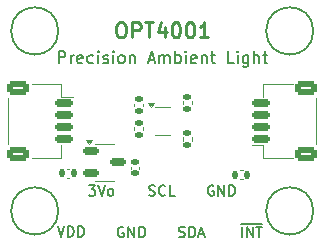
<source format=gbr>
%TF.GenerationSoftware,KiCad,Pcbnew,8.0.3-8.0.3-0~ubuntu23.10.1*%
%TF.CreationDate,2024-08-01T21:15:56-04:00*%
%TF.ProjectId,OPT4001,4f505434-3030-4312-9e6b-696361645f70,rev?*%
%TF.SameCoordinates,Original*%
%TF.FileFunction,Legend,Top*%
%TF.FilePolarity,Positive*%
%FSLAX46Y46*%
G04 Gerber Fmt 4.6, Leading zero omitted, Abs format (unit mm)*
G04 Created by KiCad (PCBNEW 8.0.3-8.0.3-0~ubuntu23.10.1) date 2024-08-01 21:15:56*
%MOMM*%
%LPD*%
G01*
G04 APERTURE LIST*
G04 Aperture macros list*
%AMRoundRect*
0 Rectangle with rounded corners*
0 $1 Rounding radius*
0 $2 $3 $4 $5 $6 $7 $8 $9 X,Y pos of 4 corners*
0 Add a 4 corners polygon primitive as box body*
4,1,4,$2,$3,$4,$5,$6,$7,$8,$9,$2,$3,0*
0 Add four circle primitives for the rounded corners*
1,1,$1+$1,$2,$3*
1,1,$1+$1,$4,$5*
1,1,$1+$1,$6,$7*
1,1,$1+$1,$8,$9*
0 Add four rect primitives between the rounded corners*
20,1,$1+$1,$2,$3,$4,$5,0*
20,1,$1+$1,$4,$5,$6,$7,0*
20,1,$1+$1,$6,$7,$8,$9,0*
20,1,$1+$1,$8,$9,$2,$3,0*%
G04 Aperture macros list end*
%ADD10C,0.174000*%
%ADD11C,0.200000*%
%ADD12C,0.250000*%
%ADD13C,0.120000*%
%ADD14C,0.203200*%
%ADD15RoundRect,0.135000X-0.185000X0.135000X-0.185000X-0.135000X0.185000X-0.135000X0.185000X0.135000X0*%
%ADD16C,3.200000*%
%ADD17RoundRect,0.150000X-0.625000X0.150000X-0.625000X-0.150000X0.625000X-0.150000X0.625000X0.150000X0*%
%ADD18RoundRect,0.250000X-0.650000X0.350000X-0.650000X-0.350000X0.650000X-0.350000X0.650000X0.350000X0*%
%ADD19RoundRect,0.135000X-0.135000X-0.185000X0.135000X-0.185000X0.135000X0.185000X-0.135000X0.185000X0*%
%ADD20RoundRect,0.140000X0.140000X0.170000X-0.140000X0.170000X-0.140000X-0.170000X0.140000X-0.170000X0*%
%ADD21RoundRect,0.150000X-0.512500X-0.150000X0.512500X-0.150000X0.512500X0.150000X-0.512500X0.150000X0*%
%ADD22RoundRect,0.135000X0.185000X-0.135000X0.185000X0.135000X-0.185000X0.135000X-0.185000X-0.135000X0*%
%ADD23RoundRect,0.140000X0.170000X-0.140000X0.170000X0.140000X-0.170000X0.140000X-0.170000X-0.140000X0*%
%ADD24RoundRect,0.140000X-0.170000X0.140000X-0.170000X-0.140000X0.170000X-0.140000X0.170000X0.140000X0*%
%ADD25RoundRect,0.150000X0.625000X-0.150000X0.625000X0.150000X-0.625000X0.150000X-0.625000X-0.150000X0*%
%ADD26RoundRect,0.250000X0.650000X-0.350000X0.650000X0.350000X-0.650000X0.350000X-0.650000X-0.350000X0*%
%ADD27R,0.720000X0.300000*%
%ADD28O,1.700000X1.700000*%
%ADD29C,1.700000*%
G04 APERTURE END LIST*
D10*
X117887086Y-101545603D02*
X118011372Y-101587031D01*
X118011372Y-101587031D02*
X118218514Y-101587031D01*
X118218514Y-101587031D02*
X118301372Y-101545603D01*
X118301372Y-101545603D02*
X118342800Y-101504174D01*
X118342800Y-101504174D02*
X118384229Y-101421317D01*
X118384229Y-101421317D02*
X118384229Y-101338460D01*
X118384229Y-101338460D02*
X118342800Y-101255603D01*
X118342800Y-101255603D02*
X118301372Y-101214174D01*
X118301372Y-101214174D02*
X118218514Y-101172745D01*
X118218514Y-101172745D02*
X118052800Y-101131317D01*
X118052800Y-101131317D02*
X117969943Y-101089888D01*
X117969943Y-101089888D02*
X117928514Y-101048460D01*
X117928514Y-101048460D02*
X117887086Y-100965603D01*
X117887086Y-100965603D02*
X117887086Y-100882745D01*
X117887086Y-100882745D02*
X117928514Y-100799888D01*
X117928514Y-100799888D02*
X117969943Y-100758460D01*
X117969943Y-100758460D02*
X118052800Y-100717031D01*
X118052800Y-100717031D02*
X118259943Y-100717031D01*
X118259943Y-100717031D02*
X118384229Y-100758460D01*
X119254228Y-101504174D02*
X119212800Y-101545603D01*
X119212800Y-101545603D02*
X119088514Y-101587031D01*
X119088514Y-101587031D02*
X119005657Y-101587031D01*
X119005657Y-101587031D02*
X118881371Y-101545603D01*
X118881371Y-101545603D02*
X118798514Y-101462745D01*
X118798514Y-101462745D02*
X118757085Y-101379888D01*
X118757085Y-101379888D02*
X118715657Y-101214174D01*
X118715657Y-101214174D02*
X118715657Y-101089888D01*
X118715657Y-101089888D02*
X118757085Y-100924174D01*
X118757085Y-100924174D02*
X118798514Y-100841317D01*
X118798514Y-100841317D02*
X118881371Y-100758460D01*
X118881371Y-100758460D02*
X119005657Y-100717031D01*
X119005657Y-100717031D02*
X119088514Y-100717031D01*
X119088514Y-100717031D02*
X119212800Y-100758460D01*
X119212800Y-100758460D02*
X119254228Y-100799888D01*
X120041371Y-101587031D02*
X119627085Y-101587031D01*
X119627085Y-101587031D02*
X119627085Y-100717031D01*
X123339943Y-100758460D02*
X123257086Y-100717031D01*
X123257086Y-100717031D02*
X123132800Y-100717031D01*
X123132800Y-100717031D02*
X123008514Y-100758460D01*
X123008514Y-100758460D02*
X122925657Y-100841317D01*
X122925657Y-100841317D02*
X122884228Y-100924174D01*
X122884228Y-100924174D02*
X122842800Y-101089888D01*
X122842800Y-101089888D02*
X122842800Y-101214174D01*
X122842800Y-101214174D02*
X122884228Y-101379888D01*
X122884228Y-101379888D02*
X122925657Y-101462745D01*
X122925657Y-101462745D02*
X123008514Y-101545603D01*
X123008514Y-101545603D02*
X123132800Y-101587031D01*
X123132800Y-101587031D02*
X123215657Y-101587031D01*
X123215657Y-101587031D02*
X123339943Y-101545603D01*
X123339943Y-101545603D02*
X123381371Y-101504174D01*
X123381371Y-101504174D02*
X123381371Y-101214174D01*
X123381371Y-101214174D02*
X123215657Y-101214174D01*
X123754228Y-101587031D02*
X123754228Y-100717031D01*
X123754228Y-100717031D02*
X124251371Y-101587031D01*
X124251371Y-101587031D02*
X124251371Y-100717031D01*
X124665657Y-101587031D02*
X124665657Y-100717031D01*
X124665657Y-100717031D02*
X124872800Y-100717031D01*
X124872800Y-100717031D02*
X124997086Y-100758460D01*
X124997086Y-100758460D02*
X125079943Y-100841317D01*
X125079943Y-100841317D02*
X125121372Y-100924174D01*
X125121372Y-100924174D02*
X125162800Y-101089888D01*
X125162800Y-101089888D02*
X125162800Y-101214174D01*
X125162800Y-101214174D02*
X125121372Y-101379888D01*
X125121372Y-101379888D02*
X125079943Y-101462745D01*
X125079943Y-101462745D02*
X124997086Y-101545603D01*
X124997086Y-101545603D02*
X124872800Y-101587031D01*
X124872800Y-101587031D02*
X124665657Y-101587031D01*
X125755656Y-105092231D02*
X125755656Y-104222231D01*
X126169942Y-105092231D02*
X126169942Y-104222231D01*
X126169942Y-104222231D02*
X126667085Y-105092231D01*
X126667085Y-105092231D02*
X126667085Y-104222231D01*
X126957086Y-104222231D02*
X127454229Y-104222231D01*
X127205657Y-105092231D02*
X127205657Y-104222231D01*
X125635514Y-103980703D02*
X127450086Y-103980703D01*
X120406372Y-105050803D02*
X120530658Y-105092231D01*
X120530658Y-105092231D02*
X120737800Y-105092231D01*
X120737800Y-105092231D02*
X120820658Y-105050803D01*
X120820658Y-105050803D02*
X120862086Y-105009374D01*
X120862086Y-105009374D02*
X120903515Y-104926517D01*
X120903515Y-104926517D02*
X120903515Y-104843660D01*
X120903515Y-104843660D02*
X120862086Y-104760803D01*
X120862086Y-104760803D02*
X120820658Y-104719374D01*
X120820658Y-104719374D02*
X120737800Y-104677945D01*
X120737800Y-104677945D02*
X120572086Y-104636517D01*
X120572086Y-104636517D02*
X120489229Y-104595088D01*
X120489229Y-104595088D02*
X120447800Y-104553660D01*
X120447800Y-104553660D02*
X120406372Y-104470803D01*
X120406372Y-104470803D02*
X120406372Y-104387945D01*
X120406372Y-104387945D02*
X120447800Y-104305088D01*
X120447800Y-104305088D02*
X120489229Y-104263660D01*
X120489229Y-104263660D02*
X120572086Y-104222231D01*
X120572086Y-104222231D02*
X120779229Y-104222231D01*
X120779229Y-104222231D02*
X120903515Y-104263660D01*
X121276371Y-105092231D02*
X121276371Y-104222231D01*
X121276371Y-104222231D02*
X121483514Y-104222231D01*
X121483514Y-104222231D02*
X121607800Y-104263660D01*
X121607800Y-104263660D02*
X121690657Y-104346517D01*
X121690657Y-104346517D02*
X121732086Y-104429374D01*
X121732086Y-104429374D02*
X121773514Y-104595088D01*
X121773514Y-104595088D02*
X121773514Y-104719374D01*
X121773514Y-104719374D02*
X121732086Y-104885088D01*
X121732086Y-104885088D02*
X121690657Y-104967945D01*
X121690657Y-104967945D02*
X121607800Y-105050803D01*
X121607800Y-105050803D02*
X121483514Y-105092231D01*
X121483514Y-105092231D02*
X121276371Y-105092231D01*
X122104943Y-104843660D02*
X122519229Y-104843660D01*
X122022086Y-105092231D02*
X122312086Y-104222231D01*
X122312086Y-104222231D02*
X122602086Y-105092231D01*
D11*
X110237056Y-90352219D02*
X110237056Y-89352219D01*
X110237056Y-89352219D02*
X110618008Y-89352219D01*
X110618008Y-89352219D02*
X110713246Y-89399838D01*
X110713246Y-89399838D02*
X110760865Y-89447457D01*
X110760865Y-89447457D02*
X110808484Y-89542695D01*
X110808484Y-89542695D02*
X110808484Y-89685552D01*
X110808484Y-89685552D02*
X110760865Y-89780790D01*
X110760865Y-89780790D02*
X110713246Y-89828409D01*
X110713246Y-89828409D02*
X110618008Y-89876028D01*
X110618008Y-89876028D02*
X110237056Y-89876028D01*
X111237056Y-90352219D02*
X111237056Y-89685552D01*
X111237056Y-89876028D02*
X111284675Y-89780790D01*
X111284675Y-89780790D02*
X111332294Y-89733171D01*
X111332294Y-89733171D02*
X111427532Y-89685552D01*
X111427532Y-89685552D02*
X111522770Y-89685552D01*
X112237056Y-90304600D02*
X112141818Y-90352219D01*
X112141818Y-90352219D02*
X111951342Y-90352219D01*
X111951342Y-90352219D02*
X111856104Y-90304600D01*
X111856104Y-90304600D02*
X111808485Y-90209361D01*
X111808485Y-90209361D02*
X111808485Y-89828409D01*
X111808485Y-89828409D02*
X111856104Y-89733171D01*
X111856104Y-89733171D02*
X111951342Y-89685552D01*
X111951342Y-89685552D02*
X112141818Y-89685552D01*
X112141818Y-89685552D02*
X112237056Y-89733171D01*
X112237056Y-89733171D02*
X112284675Y-89828409D01*
X112284675Y-89828409D02*
X112284675Y-89923647D01*
X112284675Y-89923647D02*
X111808485Y-90018885D01*
X113141818Y-90304600D02*
X113046580Y-90352219D01*
X113046580Y-90352219D02*
X112856104Y-90352219D01*
X112856104Y-90352219D02*
X112760866Y-90304600D01*
X112760866Y-90304600D02*
X112713247Y-90256980D01*
X112713247Y-90256980D02*
X112665628Y-90161742D01*
X112665628Y-90161742D02*
X112665628Y-89876028D01*
X112665628Y-89876028D02*
X112713247Y-89780790D01*
X112713247Y-89780790D02*
X112760866Y-89733171D01*
X112760866Y-89733171D02*
X112856104Y-89685552D01*
X112856104Y-89685552D02*
X113046580Y-89685552D01*
X113046580Y-89685552D02*
X113141818Y-89733171D01*
X113570390Y-90352219D02*
X113570390Y-89685552D01*
X113570390Y-89352219D02*
X113522771Y-89399838D01*
X113522771Y-89399838D02*
X113570390Y-89447457D01*
X113570390Y-89447457D02*
X113618009Y-89399838D01*
X113618009Y-89399838D02*
X113570390Y-89352219D01*
X113570390Y-89352219D02*
X113570390Y-89447457D01*
X113998961Y-90304600D02*
X114094199Y-90352219D01*
X114094199Y-90352219D02*
X114284675Y-90352219D01*
X114284675Y-90352219D02*
X114379913Y-90304600D01*
X114379913Y-90304600D02*
X114427532Y-90209361D01*
X114427532Y-90209361D02*
X114427532Y-90161742D01*
X114427532Y-90161742D02*
X114379913Y-90066504D01*
X114379913Y-90066504D02*
X114284675Y-90018885D01*
X114284675Y-90018885D02*
X114141818Y-90018885D01*
X114141818Y-90018885D02*
X114046580Y-89971266D01*
X114046580Y-89971266D02*
X113998961Y-89876028D01*
X113998961Y-89876028D02*
X113998961Y-89828409D01*
X113998961Y-89828409D02*
X114046580Y-89733171D01*
X114046580Y-89733171D02*
X114141818Y-89685552D01*
X114141818Y-89685552D02*
X114284675Y-89685552D01*
X114284675Y-89685552D02*
X114379913Y-89733171D01*
X114856104Y-90352219D02*
X114856104Y-89685552D01*
X114856104Y-89352219D02*
X114808485Y-89399838D01*
X114808485Y-89399838D02*
X114856104Y-89447457D01*
X114856104Y-89447457D02*
X114903723Y-89399838D01*
X114903723Y-89399838D02*
X114856104Y-89352219D01*
X114856104Y-89352219D02*
X114856104Y-89447457D01*
X115475151Y-90352219D02*
X115379913Y-90304600D01*
X115379913Y-90304600D02*
X115332294Y-90256980D01*
X115332294Y-90256980D02*
X115284675Y-90161742D01*
X115284675Y-90161742D02*
X115284675Y-89876028D01*
X115284675Y-89876028D02*
X115332294Y-89780790D01*
X115332294Y-89780790D02*
X115379913Y-89733171D01*
X115379913Y-89733171D02*
X115475151Y-89685552D01*
X115475151Y-89685552D02*
X115618008Y-89685552D01*
X115618008Y-89685552D02*
X115713246Y-89733171D01*
X115713246Y-89733171D02*
X115760865Y-89780790D01*
X115760865Y-89780790D02*
X115808484Y-89876028D01*
X115808484Y-89876028D02*
X115808484Y-90161742D01*
X115808484Y-90161742D02*
X115760865Y-90256980D01*
X115760865Y-90256980D02*
X115713246Y-90304600D01*
X115713246Y-90304600D02*
X115618008Y-90352219D01*
X115618008Y-90352219D02*
X115475151Y-90352219D01*
X116237056Y-89685552D02*
X116237056Y-90352219D01*
X116237056Y-89780790D02*
X116284675Y-89733171D01*
X116284675Y-89733171D02*
X116379913Y-89685552D01*
X116379913Y-89685552D02*
X116522770Y-89685552D01*
X116522770Y-89685552D02*
X116618008Y-89733171D01*
X116618008Y-89733171D02*
X116665627Y-89828409D01*
X116665627Y-89828409D02*
X116665627Y-90352219D01*
X117856104Y-90066504D02*
X118332294Y-90066504D01*
X117760866Y-90352219D02*
X118094199Y-89352219D01*
X118094199Y-89352219D02*
X118427532Y-90352219D01*
X118760866Y-90352219D02*
X118760866Y-89685552D01*
X118760866Y-89780790D02*
X118808485Y-89733171D01*
X118808485Y-89733171D02*
X118903723Y-89685552D01*
X118903723Y-89685552D02*
X119046580Y-89685552D01*
X119046580Y-89685552D02*
X119141818Y-89733171D01*
X119141818Y-89733171D02*
X119189437Y-89828409D01*
X119189437Y-89828409D02*
X119189437Y-90352219D01*
X119189437Y-89828409D02*
X119237056Y-89733171D01*
X119237056Y-89733171D02*
X119332294Y-89685552D01*
X119332294Y-89685552D02*
X119475151Y-89685552D01*
X119475151Y-89685552D02*
X119570390Y-89733171D01*
X119570390Y-89733171D02*
X119618009Y-89828409D01*
X119618009Y-89828409D02*
X119618009Y-90352219D01*
X120094199Y-90352219D02*
X120094199Y-89352219D01*
X120094199Y-89733171D02*
X120189437Y-89685552D01*
X120189437Y-89685552D02*
X120379913Y-89685552D01*
X120379913Y-89685552D02*
X120475151Y-89733171D01*
X120475151Y-89733171D02*
X120522770Y-89780790D01*
X120522770Y-89780790D02*
X120570389Y-89876028D01*
X120570389Y-89876028D02*
X120570389Y-90161742D01*
X120570389Y-90161742D02*
X120522770Y-90256980D01*
X120522770Y-90256980D02*
X120475151Y-90304600D01*
X120475151Y-90304600D02*
X120379913Y-90352219D01*
X120379913Y-90352219D02*
X120189437Y-90352219D01*
X120189437Y-90352219D02*
X120094199Y-90304600D01*
X120998961Y-90352219D02*
X120998961Y-89685552D01*
X120998961Y-89352219D02*
X120951342Y-89399838D01*
X120951342Y-89399838D02*
X120998961Y-89447457D01*
X120998961Y-89447457D02*
X121046580Y-89399838D01*
X121046580Y-89399838D02*
X120998961Y-89352219D01*
X120998961Y-89352219D02*
X120998961Y-89447457D01*
X121856103Y-90304600D02*
X121760865Y-90352219D01*
X121760865Y-90352219D02*
X121570389Y-90352219D01*
X121570389Y-90352219D02*
X121475151Y-90304600D01*
X121475151Y-90304600D02*
X121427532Y-90209361D01*
X121427532Y-90209361D02*
X121427532Y-89828409D01*
X121427532Y-89828409D02*
X121475151Y-89733171D01*
X121475151Y-89733171D02*
X121570389Y-89685552D01*
X121570389Y-89685552D02*
X121760865Y-89685552D01*
X121760865Y-89685552D02*
X121856103Y-89733171D01*
X121856103Y-89733171D02*
X121903722Y-89828409D01*
X121903722Y-89828409D02*
X121903722Y-89923647D01*
X121903722Y-89923647D02*
X121427532Y-90018885D01*
X122332294Y-89685552D02*
X122332294Y-90352219D01*
X122332294Y-89780790D02*
X122379913Y-89733171D01*
X122379913Y-89733171D02*
X122475151Y-89685552D01*
X122475151Y-89685552D02*
X122618008Y-89685552D01*
X122618008Y-89685552D02*
X122713246Y-89733171D01*
X122713246Y-89733171D02*
X122760865Y-89828409D01*
X122760865Y-89828409D02*
X122760865Y-90352219D01*
X123094199Y-89685552D02*
X123475151Y-89685552D01*
X123237056Y-89352219D02*
X123237056Y-90209361D01*
X123237056Y-90209361D02*
X123284675Y-90304600D01*
X123284675Y-90304600D02*
X123379913Y-90352219D01*
X123379913Y-90352219D02*
X123475151Y-90352219D01*
X125046580Y-90352219D02*
X124570390Y-90352219D01*
X124570390Y-90352219D02*
X124570390Y-89352219D01*
X125379914Y-90352219D02*
X125379914Y-89685552D01*
X125379914Y-89352219D02*
X125332295Y-89399838D01*
X125332295Y-89399838D02*
X125379914Y-89447457D01*
X125379914Y-89447457D02*
X125427533Y-89399838D01*
X125427533Y-89399838D02*
X125379914Y-89352219D01*
X125379914Y-89352219D02*
X125379914Y-89447457D01*
X126284675Y-89685552D02*
X126284675Y-90495076D01*
X126284675Y-90495076D02*
X126237056Y-90590314D01*
X126237056Y-90590314D02*
X126189437Y-90637933D01*
X126189437Y-90637933D02*
X126094199Y-90685552D01*
X126094199Y-90685552D02*
X125951342Y-90685552D01*
X125951342Y-90685552D02*
X125856104Y-90637933D01*
X126284675Y-90304600D02*
X126189437Y-90352219D01*
X126189437Y-90352219D02*
X125998961Y-90352219D01*
X125998961Y-90352219D02*
X125903723Y-90304600D01*
X125903723Y-90304600D02*
X125856104Y-90256980D01*
X125856104Y-90256980D02*
X125808485Y-90161742D01*
X125808485Y-90161742D02*
X125808485Y-89876028D01*
X125808485Y-89876028D02*
X125856104Y-89780790D01*
X125856104Y-89780790D02*
X125903723Y-89733171D01*
X125903723Y-89733171D02*
X125998961Y-89685552D01*
X125998961Y-89685552D02*
X126189437Y-89685552D01*
X126189437Y-89685552D02*
X126284675Y-89733171D01*
X126760866Y-90352219D02*
X126760866Y-89352219D01*
X127189437Y-90352219D02*
X127189437Y-89828409D01*
X127189437Y-89828409D02*
X127141818Y-89733171D01*
X127141818Y-89733171D02*
X127046580Y-89685552D01*
X127046580Y-89685552D02*
X126903723Y-89685552D01*
X126903723Y-89685552D02*
X126808485Y-89733171D01*
X126808485Y-89733171D02*
X126760866Y-89780790D01*
X127522771Y-89685552D02*
X127903723Y-89685552D01*
X127665628Y-89352219D02*
X127665628Y-90209361D01*
X127665628Y-90209361D02*
X127713247Y-90304600D01*
X127713247Y-90304600D02*
X127808485Y-90352219D01*
X127808485Y-90352219D02*
X127903723Y-90352219D01*
D10*
X110140000Y-104171431D02*
X110430000Y-105041431D01*
X110430000Y-105041431D02*
X110720000Y-104171431D01*
X111009999Y-105041431D02*
X111009999Y-104171431D01*
X111009999Y-104171431D02*
X111217142Y-104171431D01*
X111217142Y-104171431D02*
X111341428Y-104212860D01*
X111341428Y-104212860D02*
X111424285Y-104295717D01*
X111424285Y-104295717D02*
X111465714Y-104378574D01*
X111465714Y-104378574D02*
X111507142Y-104544288D01*
X111507142Y-104544288D02*
X111507142Y-104668574D01*
X111507142Y-104668574D02*
X111465714Y-104834288D01*
X111465714Y-104834288D02*
X111424285Y-104917145D01*
X111424285Y-104917145D02*
X111341428Y-105000003D01*
X111341428Y-105000003D02*
X111217142Y-105041431D01*
X111217142Y-105041431D02*
X111009999Y-105041431D01*
X111879999Y-105041431D02*
X111879999Y-104171431D01*
X111879999Y-104171431D02*
X112087142Y-104171431D01*
X112087142Y-104171431D02*
X112211428Y-104212860D01*
X112211428Y-104212860D02*
X112294285Y-104295717D01*
X112294285Y-104295717D02*
X112335714Y-104378574D01*
X112335714Y-104378574D02*
X112377142Y-104544288D01*
X112377142Y-104544288D02*
X112377142Y-104668574D01*
X112377142Y-104668574D02*
X112335714Y-104834288D01*
X112335714Y-104834288D02*
X112294285Y-104917145D01*
X112294285Y-104917145D02*
X112211428Y-105000003D01*
X112211428Y-105000003D02*
X112087142Y-105041431D01*
X112087142Y-105041431D02*
X111879999Y-105041431D01*
X115719943Y-104263660D02*
X115637086Y-104222231D01*
X115637086Y-104222231D02*
X115512800Y-104222231D01*
X115512800Y-104222231D02*
X115388514Y-104263660D01*
X115388514Y-104263660D02*
X115305657Y-104346517D01*
X115305657Y-104346517D02*
X115264228Y-104429374D01*
X115264228Y-104429374D02*
X115222800Y-104595088D01*
X115222800Y-104595088D02*
X115222800Y-104719374D01*
X115222800Y-104719374D02*
X115264228Y-104885088D01*
X115264228Y-104885088D02*
X115305657Y-104967945D01*
X115305657Y-104967945D02*
X115388514Y-105050803D01*
X115388514Y-105050803D02*
X115512800Y-105092231D01*
X115512800Y-105092231D02*
X115595657Y-105092231D01*
X115595657Y-105092231D02*
X115719943Y-105050803D01*
X115719943Y-105050803D02*
X115761371Y-105009374D01*
X115761371Y-105009374D02*
X115761371Y-104719374D01*
X115761371Y-104719374D02*
X115595657Y-104719374D01*
X116134228Y-105092231D02*
X116134228Y-104222231D01*
X116134228Y-104222231D02*
X116631371Y-105092231D01*
X116631371Y-105092231D02*
X116631371Y-104222231D01*
X117045657Y-105092231D02*
X117045657Y-104222231D01*
X117045657Y-104222231D02*
X117252800Y-104222231D01*
X117252800Y-104222231D02*
X117377086Y-104263660D01*
X117377086Y-104263660D02*
X117459943Y-104346517D01*
X117459943Y-104346517D02*
X117501372Y-104429374D01*
X117501372Y-104429374D02*
X117542800Y-104595088D01*
X117542800Y-104595088D02*
X117542800Y-104719374D01*
X117542800Y-104719374D02*
X117501372Y-104885088D01*
X117501372Y-104885088D02*
X117459943Y-104967945D01*
X117459943Y-104967945D02*
X117377086Y-105050803D01*
X117377086Y-105050803D02*
X117252800Y-105092231D01*
X117252800Y-105092231D02*
X117045657Y-105092231D01*
X112786371Y-100717031D02*
X113324943Y-100717031D01*
X113324943Y-100717031D02*
X113034943Y-101048460D01*
X113034943Y-101048460D02*
X113159228Y-101048460D01*
X113159228Y-101048460D02*
X113242086Y-101089888D01*
X113242086Y-101089888D02*
X113283514Y-101131317D01*
X113283514Y-101131317D02*
X113324943Y-101214174D01*
X113324943Y-101214174D02*
X113324943Y-101421317D01*
X113324943Y-101421317D02*
X113283514Y-101504174D01*
X113283514Y-101504174D02*
X113242086Y-101545603D01*
X113242086Y-101545603D02*
X113159228Y-101587031D01*
X113159228Y-101587031D02*
X112910657Y-101587031D01*
X112910657Y-101587031D02*
X112827800Y-101545603D01*
X112827800Y-101545603D02*
X112786371Y-101504174D01*
X113573514Y-100717031D02*
X113863514Y-101587031D01*
X113863514Y-101587031D02*
X114153514Y-100717031D01*
X114567799Y-101587031D02*
X114484942Y-101545603D01*
X114484942Y-101545603D02*
X114443513Y-101504174D01*
X114443513Y-101504174D02*
X114402085Y-101421317D01*
X114402085Y-101421317D02*
X114402085Y-101172745D01*
X114402085Y-101172745D02*
X114443513Y-101089888D01*
X114443513Y-101089888D02*
X114484942Y-101048460D01*
X114484942Y-101048460D02*
X114567799Y-101007031D01*
X114567799Y-101007031D02*
X114692085Y-101007031D01*
X114692085Y-101007031D02*
X114774942Y-101048460D01*
X114774942Y-101048460D02*
X114816371Y-101089888D01*
X114816371Y-101089888D02*
X114857799Y-101172745D01*
X114857799Y-101172745D02*
X114857799Y-101421317D01*
X114857799Y-101421317D02*
X114816371Y-101504174D01*
X114816371Y-101504174D02*
X114774942Y-101545603D01*
X114774942Y-101545603D02*
X114692085Y-101587031D01*
X114692085Y-101587031D02*
X114567799Y-101587031D01*
D12*
X115397771Y-86915273D02*
X115635866Y-86915273D01*
X115635866Y-86915273D02*
X115754914Y-86974797D01*
X115754914Y-86974797D02*
X115873961Y-87093845D01*
X115873961Y-87093845D02*
X115933485Y-87331940D01*
X115933485Y-87331940D02*
X115933485Y-87748607D01*
X115933485Y-87748607D02*
X115873961Y-87986702D01*
X115873961Y-87986702D02*
X115754914Y-88105750D01*
X115754914Y-88105750D02*
X115635866Y-88165273D01*
X115635866Y-88165273D02*
X115397771Y-88165273D01*
X115397771Y-88165273D02*
X115278723Y-88105750D01*
X115278723Y-88105750D02*
X115159676Y-87986702D01*
X115159676Y-87986702D02*
X115100152Y-87748607D01*
X115100152Y-87748607D02*
X115100152Y-87331940D01*
X115100152Y-87331940D02*
X115159676Y-87093845D01*
X115159676Y-87093845D02*
X115278723Y-86974797D01*
X115278723Y-86974797D02*
X115397771Y-86915273D01*
X116469200Y-88165273D02*
X116469200Y-86915273D01*
X116469200Y-86915273D02*
X116945390Y-86915273D01*
X116945390Y-86915273D02*
X117064438Y-86974797D01*
X117064438Y-86974797D02*
X117123961Y-87034321D01*
X117123961Y-87034321D02*
X117183485Y-87153369D01*
X117183485Y-87153369D02*
X117183485Y-87331940D01*
X117183485Y-87331940D02*
X117123961Y-87450988D01*
X117123961Y-87450988D02*
X117064438Y-87510511D01*
X117064438Y-87510511D02*
X116945390Y-87570035D01*
X116945390Y-87570035D02*
X116469200Y-87570035D01*
X117540628Y-86915273D02*
X118254914Y-86915273D01*
X117897771Y-88165273D02*
X117897771Y-86915273D01*
X119207295Y-87331940D02*
X119207295Y-88165273D01*
X118909676Y-86855750D02*
X118612057Y-87748607D01*
X118612057Y-87748607D02*
X119385866Y-87748607D01*
X120100152Y-86915273D02*
X120219199Y-86915273D01*
X120219199Y-86915273D02*
X120338247Y-86974797D01*
X120338247Y-86974797D02*
X120397771Y-87034321D01*
X120397771Y-87034321D02*
X120457295Y-87153369D01*
X120457295Y-87153369D02*
X120516818Y-87391464D01*
X120516818Y-87391464D02*
X120516818Y-87689083D01*
X120516818Y-87689083D02*
X120457295Y-87927178D01*
X120457295Y-87927178D02*
X120397771Y-88046226D01*
X120397771Y-88046226D02*
X120338247Y-88105750D01*
X120338247Y-88105750D02*
X120219199Y-88165273D01*
X120219199Y-88165273D02*
X120100152Y-88165273D01*
X120100152Y-88165273D02*
X119981104Y-88105750D01*
X119981104Y-88105750D02*
X119921580Y-88046226D01*
X119921580Y-88046226D02*
X119862057Y-87927178D01*
X119862057Y-87927178D02*
X119802533Y-87689083D01*
X119802533Y-87689083D02*
X119802533Y-87391464D01*
X119802533Y-87391464D02*
X119862057Y-87153369D01*
X119862057Y-87153369D02*
X119921580Y-87034321D01*
X119921580Y-87034321D02*
X119981104Y-86974797D01*
X119981104Y-86974797D02*
X120100152Y-86915273D01*
X121290628Y-86915273D02*
X121409675Y-86915273D01*
X121409675Y-86915273D02*
X121528723Y-86974797D01*
X121528723Y-86974797D02*
X121588247Y-87034321D01*
X121588247Y-87034321D02*
X121647771Y-87153369D01*
X121647771Y-87153369D02*
X121707294Y-87391464D01*
X121707294Y-87391464D02*
X121707294Y-87689083D01*
X121707294Y-87689083D02*
X121647771Y-87927178D01*
X121647771Y-87927178D02*
X121588247Y-88046226D01*
X121588247Y-88046226D02*
X121528723Y-88105750D01*
X121528723Y-88105750D02*
X121409675Y-88165273D01*
X121409675Y-88165273D02*
X121290628Y-88165273D01*
X121290628Y-88165273D02*
X121171580Y-88105750D01*
X121171580Y-88105750D02*
X121112056Y-88046226D01*
X121112056Y-88046226D02*
X121052533Y-87927178D01*
X121052533Y-87927178D02*
X120993009Y-87689083D01*
X120993009Y-87689083D02*
X120993009Y-87391464D01*
X120993009Y-87391464D02*
X121052533Y-87153369D01*
X121052533Y-87153369D02*
X121112056Y-87034321D01*
X121112056Y-87034321D02*
X121171580Y-86974797D01*
X121171580Y-86974797D02*
X121290628Y-86915273D01*
X122897770Y-88165273D02*
X122183485Y-88165273D01*
X122540628Y-88165273D02*
X122540628Y-86915273D01*
X122540628Y-86915273D02*
X122421580Y-87093845D01*
X122421580Y-87093845D02*
X122302532Y-87212892D01*
X122302532Y-87212892D02*
X122183485Y-87272416D01*
D13*
%TO.C,R1*%
X116620000Y-95746359D02*
X116620000Y-96053641D01*
X117380000Y-95746359D02*
X117380000Y-96053641D01*
D14*
%TO.C,H1*%
X110204000Y-87630000D02*
G75*
G02*
X106204000Y-87630000I-2000000J0D01*
G01*
X106204000Y-87630000D02*
G75*
G02*
X110204000Y-87630000I2000000J0D01*
G01*
D13*
%TO.C,J1*%
X105979000Y-93310000D02*
X105979000Y-97190000D01*
X107949000Y-92140000D02*
X110449000Y-92140000D01*
X107949000Y-98360000D02*
X110449000Y-98360000D01*
X110449000Y-92140000D02*
X110449000Y-93190000D01*
X110449000Y-93190000D02*
X111439000Y-93190000D01*
X110449000Y-98360000D02*
X110449000Y-97310000D01*
D14*
%TO.C,H4*%
X131794000Y-87630000D02*
G75*
G02*
X127794000Y-87630000I-2000000J0D01*
G01*
X127794000Y-87630000D02*
G75*
G02*
X131794000Y-87630000I2000000J0D01*
G01*
D13*
%TO.C,R6*%
X125546359Y-99420000D02*
X125853641Y-99420000D01*
X125546359Y-100180000D02*
X125853641Y-100180000D01*
%TO.C,C3*%
X111117836Y-99331100D02*
X110902164Y-99331100D01*
X111117836Y-100051100D02*
X110902164Y-100051100D01*
D14*
%TO.C,H3*%
X110204000Y-102870000D02*
G75*
G02*
X106204000Y-102870000I-2000000J0D01*
G01*
X106204000Y-102870000D02*
G75*
G02*
X110204000Y-102870000I2000000J0D01*
G01*
D13*
%TO.C,U2*%
X114080000Y-97181100D02*
X113280000Y-97181100D01*
X114080000Y-97181100D02*
X114880000Y-97181100D01*
X114080000Y-100301100D02*
X113280000Y-100301100D01*
X114080000Y-100301100D02*
X114880000Y-100301100D01*
X112780000Y-97231100D02*
X112540000Y-96901100D01*
X113020000Y-96901100D01*
X112780000Y-97231100D01*
G36*
X112780000Y-97231100D02*
G01*
X112540000Y-96901100D01*
X113020000Y-96901100D01*
X112780000Y-97231100D01*
G37*
%TO.C,R4*%
X120720000Y-96953641D02*
X120720000Y-96646359D01*
X121480000Y-96953641D02*
X121480000Y-96646359D01*
D14*
%TO.C,H2*%
X131794000Y-102870000D02*
G75*
G02*
X127794000Y-102870000I-2000000J0D01*
G01*
X127794000Y-102870000D02*
G75*
G02*
X131794000Y-102870000I2000000J0D01*
G01*
D13*
%TO.C,C1*%
X116640000Y-94007836D02*
X116640000Y-93792164D01*
X117360000Y-94007836D02*
X117360000Y-93792164D01*
%TO.C,C2*%
X116320000Y-99113264D02*
X116320000Y-99328936D01*
X117040000Y-99113264D02*
X117040000Y-99328936D01*
%TO.C,R3*%
X120720000Y-93546359D02*
X120720000Y-93853641D01*
X121480000Y-93546359D02*
X121480000Y-93853641D01*
%TO.C,J2*%
X127549000Y-92140000D02*
X127549000Y-93190000D01*
X127549000Y-97310000D02*
X126559000Y-97310000D01*
X127549000Y-98360000D02*
X127549000Y-97310000D01*
X130049000Y-92140000D02*
X127549000Y-92140000D01*
X130049000Y-98360000D02*
X127549000Y-98360000D01*
X132019000Y-97190000D02*
X132019000Y-93310000D01*
%TO.C,U1*%
X118349000Y-94050000D02*
X119649000Y-94050000D01*
X118349000Y-96450000D02*
X119649000Y-96450000D01*
X118049000Y-94100000D02*
X117809000Y-93770000D01*
X118289000Y-93770000D01*
X118049000Y-94100000D01*
G36*
X118049000Y-94100000D02*
G01*
X117809000Y-93770000D01*
X118289000Y-93770000D01*
X118049000Y-94100000D01*
G37*
%TD*%
%LPC*%
D15*
%TO.C,R1*%
X117000000Y-95390000D03*
X117000000Y-96410000D03*
%TD*%
D16*
%TO.C,H1*%
X108204000Y-87630000D03*
%TD*%
D17*
%TO.C,J1*%
X110664000Y-93750000D03*
X110664000Y-94750000D03*
X110664000Y-95750000D03*
X110664000Y-96750000D03*
D18*
X106789000Y-92450000D03*
X106789000Y-98050000D03*
%TD*%
D16*
%TO.C,H4*%
X129794000Y-87630000D03*
%TD*%
D19*
%TO.C,R6*%
X125190000Y-99800000D03*
X126210000Y-99800000D03*
%TD*%
D20*
%TO.C,C3*%
X111490000Y-99691100D03*
X110530000Y-99691100D03*
%TD*%
D16*
%TO.C,H3*%
X108204000Y-102870000D03*
%TD*%
D21*
%TO.C,U2*%
X112942500Y-97791100D03*
X112942500Y-99691100D03*
X115217500Y-98741100D03*
%TD*%
D22*
%TO.C,R4*%
X121100000Y-97310000D03*
X121100000Y-96290000D03*
%TD*%
D16*
%TO.C,H2*%
X129794000Y-102870000D03*
%TD*%
D23*
%TO.C,C1*%
X117000000Y-94380000D03*
X117000000Y-93420000D03*
%TD*%
D24*
%TO.C,C2*%
X116680000Y-98741100D03*
X116680000Y-99701100D03*
%TD*%
D15*
%TO.C,R3*%
X121100000Y-93190000D03*
X121100000Y-94210000D03*
%TD*%
D25*
%TO.C,J2*%
X127334000Y-96750000D03*
X127334000Y-95750000D03*
X127334000Y-94750000D03*
X127334000Y-93750000D03*
D26*
X131209000Y-98050000D03*
X131209000Y-92450000D03*
%TD*%
D27*
%TO.C,U1*%
X118139000Y-94500000D03*
X118139000Y-95000000D03*
X118139000Y-95500000D03*
X118139000Y-96000000D03*
X119859000Y-96000000D03*
X119859000Y-95500000D03*
X119859000Y-95000000D03*
X119859000Y-94500000D03*
%TD*%
D28*
%TO.C,J3*%
X126614000Y-102870000D03*
X124074000Y-102870000D03*
X121534000Y-102870000D03*
X118994000Y-102870000D03*
X116454000Y-102870000D03*
X113914000Y-102870000D03*
D29*
X111374000Y-102870000D03*
%TD*%
%LPD*%
M02*

</source>
